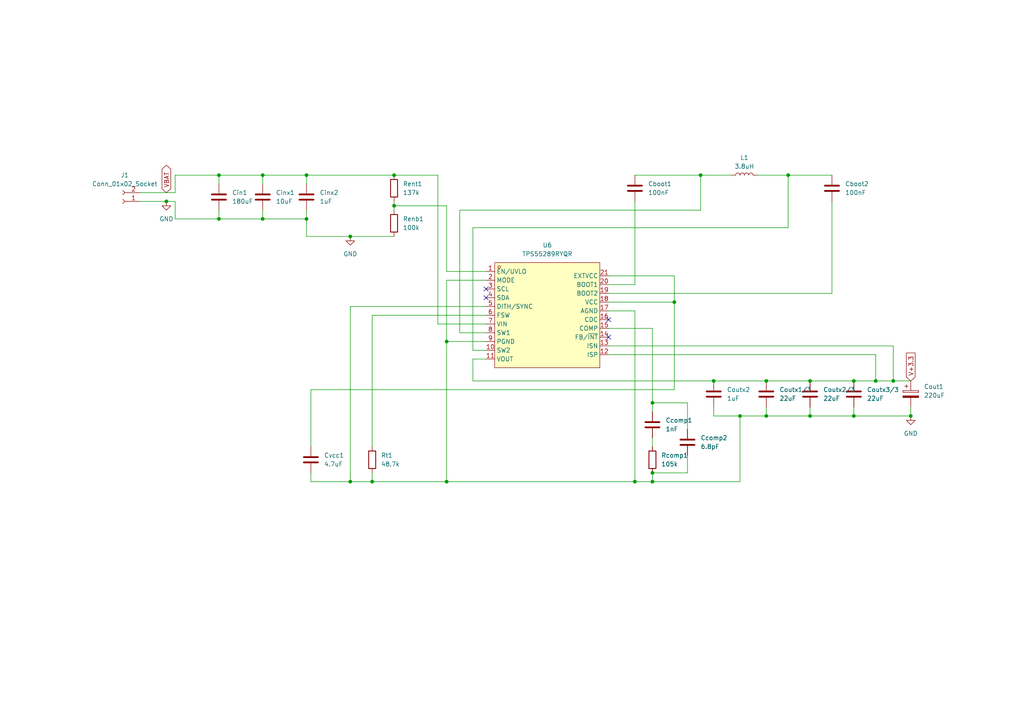
<source format=kicad_sch>
(kicad_sch (version 20250114) (generator "eeschema") (generator_version "9.0")
  (paper "A4")
  (lib_symbols
    (symbol "Connector:Conn_01x02_Socket" (pin_names (offset 1.016) (hide yes))
      (property "Reference" "J" (at 0 2.54 0))
      (property "Value" "Conn_01x02_Socket" (at 0 -5.08 0))
      (symbol "Conn_01x02_Socket_1_1"
        (polyline (pts (xy -1.27 0) (xy -0.508 0)) (stroke (width 0.1524)))
        (polyline (pts (xy -1.27 -2.54) (xy -0.508 -2.54)) (stroke (width 0.1524)))
        (arc (start 0 -0.508) (mid -0.5058 0) (end 0 0.508) (stroke (width 0.1524)))
        (arc (start 0 -3.048) (mid -0.5058 -2.54) (end 0 -2.032) (stroke (width 0.1524)))
        (pin passive line (at -5.08 0 0) (length 3.81) (name "Pin_1") (number "1"))
        (pin passive line (at -5.08 -2.54 0) (length 3.81) (name "Pin_2") (number "2"))
      )
    )
    (symbol "Device:C" (pin_numbers (hide yes)) (pin_names (offset 0.254))
      (property "Reference" "C" (at 0.635 2.54 0))
      (property "Value" "C" (at 0.635 -2.54 0))
      (symbol "C_0_1"
        (polyline (pts (xy -2.032 0.762) (xy 2.032 0.762)) (stroke (width 0.508)))
        (polyline (pts (xy -2.032 -0.762) (xy 2.032 -0.762)) (stroke (width 0.508)))
      )
      (symbol "C_1_1"
        (pin passive line (at 0 3.81 270) (length 2.794) (name "~") (number "1"))
        (pin passive line (at 0 -3.81 90) (length 2.794) (name "~") (number "2"))
      )
    )
    (symbol "Device:C_Polarized" (pin_numbers (hide yes)) (pin_names (offset 0.254))
      (property "Reference" "C" (at 0.635 2.54 0))
      (property "Value" "C_Polarized" (at 0.635 -2.54 0))
      (symbol "C_Polarized_0_1"
        (rectangle (start -2.286 0.508) (end 2.286 1.016))
        (polyline (pts (xy -1.778 2.286) (xy -0.762 2.286)))
        (polyline (pts (xy -1.27 2.794) (xy -1.27 1.778)))
        (rectangle (start 2.286 -0.508) (end -2.286 -1.016) (fill (type outline)))
      )
      (symbol "C_Polarized_1_1"
        (pin passive line (at 0 3.81 270) (length 2.794) (name "~") (number "1"))
        (pin passive line (at 0 -3.81 90) (length 2.794) (name "~") (number "2"))
      )
    )
    (symbol "Device:L" (pin_numbers (hide yes)) (pin_names (offset 1.016) (hide yes))
      (property "Reference" "L" (at -1.27 0 90))
      (property "Value" "L" (at 1.905 0 90))
      (symbol "L_0_1"
        (arc (start 0 2.54) (mid 0.6323 1.905) (end 0 1.27))
        (arc (start 0 1.27) (mid 0.6323 0.635) (end 0 0))
        (arc (start 0 0) (mid 0.6323 -0.635) (end 0 -1.27))
        (arc (start 0 -1.27) (mid 0.6323 -1.905) (end 0 -2.54))
      )
      (symbol "L_1_1"
        (pin passive line (at 0 3.81 270) (length 1.27) (name "1") (number "1"))
        (pin passive line (at 0 -3.81 90) (length 1.27) (name "2") (number "2"))
      )
    )
    (symbol "Device:R" (pin_numbers (hide yes)) (pin_names (offset 0))
      (property "Reference" "R" (at 2.032 0 90))
      (property "Value" "R" (at 0 0 90))
      (symbol "R_0_1"
        (rectangle (start -1.016 -2.54) (end 1.016 2.54) (stroke (width 0.254)))
      )
      (symbol "R_1_1"
        (pin passive line (at 0 3.81 270) (length 1.27) (name "~") (number "1"))
        (pin passive line (at 0 -3.81 90) (length 1.27) (name "~") (number "2"))
      )
    )
    (symbol "easyeda2kicad:TPS55289RYQR"
      (property "Reference" "U" (at 0 17.78 0))
      (property "Value" "TPS55289RYQR" (at 0 -17.78 0))
      (symbol "TPS55289RYQR_0_1"
        (rectangle (start -15.24 15.24) (end 15.24 -15.24) (fill (type background)))
        (circle (center -13.97 13.97) (radius 0.38))
        (pin unspecified line (at -17.78 12.7 0) (length 2.54) (name "EN/UVLO") (number "1"))
        (pin unspecified line (at -17.78 10.16 0) (length 2.54) (name "MODE") (number "2"))
        (pin unspecified line (at -17.78 7.62 0) (length 2.54) (name "SCL") (number "3"))
        (pin unspecified line (at -17.78 5.08 0) (length 2.54) (name "SDA") (number "4"))
        (pin unspecified line (at -17.78 2.54 0) (length 2.54) (name "DITH/SYNC") (number "5"))
        (pin unspecified line (at -17.78 0 0) (length 2.54) (name "FSW") (number "6"))
        (pin unspecified line (at -17.78 -2.54 0) (length 2.54) (name "VIN") (number "7"))
        (pin unspecified line (at -17.78 -5.08 0) (length 2.54) (name "SW1") (number "8"))
        (pin unspecified line (at -17.78 -7.62 0) (length 2.54) (name "PGND") (number "9"))
        (pin unspecified line (at -17.78 -10.16 0) (length 2.54) (name "SW2") (number "10"))
        (pin unspecified line (at -17.78 -12.7 0) (length 2.54) (name "VOUT") (number "11"))
        (pin unspecified line (at 17.78 11.43 180) (length 2.54) (name "EXTVCC") (number "21"))
        (pin unspecified line (at 17.78 8.89 180) (length 2.54) (name "BOOT1") (number "20"))
        (pin unspecified line (at 17.78 6.35 180) (length 2.54) (name "BOOT2") (number "19"))
        (pin unspecified line (at 17.78 3.81 180) (length 2.54) (name "VCC") (number "18"))
        (pin unspecified line (at 17.78 1.27 180) (length 2.54) (name "AGND") (number "17"))
        (pin unspecified line (at 17.78 -1.27 180) (length 2.54) (name "CDC") (number "16"))
        (pin unspecified line (at 17.78 -3.81 180) (length 2.54) (name "COMP") (number "15"))
        (pin unspecified line (at 17.78 -6.35 180) (length 2.54) (name "FB/~{INT}") (number "14"))
        (pin unspecified line (at 17.78 -8.89 180) (length 2.54) (name "ISN") (number "13"))
        (pin unspecified line (at 17.78 -11.43 180) (length 2.54) (name "ISP") (number "12"))
      )
    )
    (symbol "power:GND" (power) (pin_numbers (hide yes)) (pin_names (offset 0) (hide yes))
      (property "Value" "GND" (at 0 -3.81 0))
      (symbol "GND_0_1"
        (polyline (pts (xy 0 0) (xy 0 -1.27) (xy 1.27 -1.27) (xy 0 -2.54) (xy -1.27 -1.27) (xy 0 -1.27)))
      )
      (symbol "GND_1_1"
        (pin power_in line (at 0 0 270) (length 0) (name "~") (number "1"))
      )
    )
  )
  (junction (at 76.2 50.8))
  (junction (at 222.25 110.49))
  (junction (at 195.58 87.63))
  (junction (at 63.5 63.5))
  (junction (at 189.23 139.7))
  (junction (at 63.5 50.8))
  (junction (at 48.26 58.42))
  (junction (at 222.25 120.65))
  (junction (at 259.08 110.49))
  (junction (at 247.65 110.49))
  (junction (at 114.3 50.8))
  (junction (at 88.9 50.8))
  (junction (at 189.23 137.16))
  (junction (at 254 110.49))
  (junction (at 214.63 120.65))
  (junction (at 234.95 120.65))
  (junction (at 234.95 110.49))
  (junction (at 129.54 139.7))
  (junction (at 247.65 120.65))
  (junction (at 114.3 59.69))
  (junction (at 189.23 116.84))
  (junction (at 184.15 139.7))
  (junction (at 228.6 50.8))
  (junction (at 88.9 63.5))
  (junction (at 207.01 110.49))
  (junction (at 264.16 120.65))
  (junction (at 101.6 139.7))
  (junction (at 107.95 139.7))
  (junction (at 76.2 63.5))
  (junction (at 129.54 99.06))
  (junction (at 203.2 50.8))
  (junction (at 101.6 68.58))
  (no_connect (at 176.53 92.71))
  (no_connect (at 176.53 97.79))
  (no_connect (at 140.97 86.36))
  (no_connect (at 140.97 83.82))
  (wire (pts (xy 76.2 53.34) (xy 76.2 50.8)))
  (wire (pts (xy 127 93.98) (xy 127 50.8)))
  (wire (pts (xy 63.5 53.34) (xy 63.5 50.8)))
  (wire (pts (xy 140.97 96.52) (xy 133.35 96.52)))
  (wire (pts (xy 129.54 99.06) (xy 140.97 99.06)))
  (wire (pts (xy 114.3 50.8) (xy 127 50.8)))
  (wire (pts (xy 203.2 50.8) (xy 212.09 50.8)))
  (wire (pts (xy 129.54 139.7) (xy 107.95 139.7)))
  (wire (pts (xy 88.9 68.58) (xy 101.6 68.58)))
  (wire (pts (xy 184.15 90.17) (xy 184.15 139.7)))
  (wire (pts (xy 214.63 120.65) (xy 214.63 139.7)))
  (wire (pts (xy 189.23 95.25) (xy 189.23 116.84)))
  (wire (pts (xy 264.16 118.11) (xy 264.16 120.65)))
  (wire (pts (xy 133.35 96.52) (xy 133.35 60.96)))
  (wire (pts (xy 189.23 116.84) (xy 189.23 119.38)))
  (wire (pts (xy 90.17 129.54) (xy 90.17 113.03)))
  (wire (pts (xy 48.26 58.42) (xy 40.64 58.42)))
  (wire (pts (xy 76.2 50.8) (xy 88.9 50.8)))
  (wire (pts (xy 88.9 60.96) (xy 88.9 63.5)))
  (wire (pts (xy 234.95 118.11) (xy 234.95 120.65)))
  (wire (pts (xy 88.9 53.34) (xy 88.9 50.8)))
  (wire (pts (xy 129.54 139.7) (xy 184.15 139.7)))
  (wire (pts (xy 214.63 120.65) (xy 222.25 120.65)))
  (wire (pts (xy 40.64 55.88) (xy 50.8 55.88)))
  (wire (pts (xy 107.95 91.44) (xy 107.95 129.54)))
  (wire (pts (xy 140.97 101.6) (xy 137.16 101.6)))
  (wire (pts (xy 189.23 139.7) (xy 214.63 139.7)))
  (wire (pts (xy 140.97 91.44) (xy 107.95 91.44)))
  (wire (pts (xy 228.6 50.8) (xy 228.6 66.04)))
  (wire (pts (xy 195.58 80.01) (xy 195.58 87.63)))
  (wire (pts (xy 50.8 50.8) (xy 63.5 50.8)))
  (wire (pts (xy 254 110.49) (xy 259.08 110.49)))
  (wire (pts (xy 234.95 120.65) (xy 247.65 120.65)))
  (wire (pts (xy 50.8 55.88) (xy 50.8 50.8)))
  (wire (pts (xy 137.16 101.6) (xy 137.16 66.04)))
  (wire (pts (xy 247.65 120.65) (xy 264.16 120.65)))
  (wire (pts (xy 114.3 58.42) (xy 114.3 59.69)))
  (wire (pts (xy 222.25 118.11) (xy 222.25 120.65)))
  (wire (pts (xy 228.6 50.8) (xy 241.3 50.8)))
  (wire (pts (xy 176.53 90.17) (xy 184.15 90.17)))
  (wire (pts (xy 184.15 58.42) (xy 184.15 82.55)))
  (wire (pts (xy 48.26 58.42) (xy 50.8 58.42)))
  (wire (pts (xy 137.16 110.49) (xy 207.01 110.49)))
  (wire (pts (xy 195.58 87.63) (xy 195.58 113.03)))
  (wire (pts (xy 140.97 104.14) (xy 137.16 104.14)))
  (wire (pts (xy 214.63 120.65) (xy 207.01 120.65)))
  (wire (pts (xy 76.2 50.8) (xy 63.5 50.8)))
  (wire (pts (xy 199.39 137.16) (xy 189.23 137.16)))
  (wire (pts (xy 50.8 63.5) (xy 63.5 63.5)))
  (wire (pts (xy 254 102.87) (xy 254 110.49)))
  (wire (pts (xy 184.15 50.8) (xy 203.2 50.8)))
  (wire (pts (xy 107.95 139.7) (xy 107.95 137.16)))
  (wire (pts (xy 90.17 113.03) (xy 195.58 113.03)))
  (wire (pts (xy 140.97 78.74) (xy 129.54 78.74)))
  (wire (pts (xy 114.3 59.69) (xy 114.3 60.96)))
  (wire (pts (xy 140.97 93.98) (xy 127 93.98)))
  (wire (pts (xy 247.65 110.49) (xy 254 110.49)))
  (wire (pts (xy 137.16 104.14) (xy 137.16 110.49)))
  (wire (pts (xy 140.97 88.9) (xy 101.6 88.9)))
  (wire (pts (xy 199.39 124.46) (xy 199.39 116.84)))
  (wire (pts (xy 101.6 68.58) (xy 114.3 68.58)))
  (wire (pts (xy 176.53 100.33) (xy 259.08 100.33)))
  (wire (pts (xy 101.6 88.9) (xy 101.6 139.7)))
  (wire (pts (xy 247.65 118.11) (xy 247.65 120.65)))
  (wire (pts (xy 207.01 118.11) (xy 207.01 120.65)))
  (wire (pts (xy 129.54 99.06) (xy 129.54 139.7)))
  (wire (pts (xy 222.25 120.65) (xy 234.95 120.65)))
  (wire (pts (xy 76.2 60.96) (xy 76.2 63.5)))
  (wire (pts (xy 219.71 50.8) (xy 228.6 50.8)))
  (wire (pts (xy 184.15 139.7) (xy 189.23 139.7)))
  (wire (pts (xy 176.53 80.01) (xy 195.58 80.01)))
  (wire (pts (xy 176.53 102.87) (xy 254 102.87)))
  (wire (pts (xy 63.5 63.5) (xy 76.2 63.5)))
  (wire (pts (xy 90.17 137.16) (xy 90.17 139.7)))
  (wire (pts (xy 129.54 78.74) (xy 129.54 59.69)))
  (wire (pts (xy 203.2 60.96) (xy 203.2 50.8)))
  (wire (pts (xy 176.53 85.09) (xy 241.3 85.09)))
  (wire (pts (xy 176.53 87.63) (xy 195.58 87.63)))
  (wire (pts (xy 259.08 110.49) (xy 264.16 110.49)))
  (wire (pts (xy 189.23 137.16) (xy 189.23 139.7)))
  (wire (pts (xy 88.9 68.58) (xy 88.9 63.5)))
  (wire (pts (xy 184.15 82.55) (xy 176.53 82.55)))
  (wire (pts (xy 50.8 58.42) (xy 50.8 63.5)))
  (wire (pts (xy 129.54 59.69) (xy 114.3 59.69)))
  (wire (pts (xy 76.2 63.5) (xy 88.9 63.5)))
  (wire (pts (xy 137.16 66.04) (xy 228.6 66.04)))
  (wire (pts (xy 234.95 110.49) (xy 222.25 110.49)))
  (wire (pts (xy 189.23 127) (xy 189.23 129.54)))
  (wire (pts (xy 88.9 50.8) (xy 114.3 50.8)))
  (wire (pts (xy 241.3 85.09) (xy 241.3 58.42)))
  (wire (pts (xy 247.65 110.49) (xy 234.95 110.49)))
  (wire (pts (xy 129.54 81.28) (xy 129.54 99.06)))
  (wire (pts (xy 90.17 139.7) (xy 101.6 139.7)))
  (wire (pts (xy 101.6 139.7) (xy 107.95 139.7)))
  (wire (pts (xy 259.08 100.33) (xy 259.08 110.49)))
  (wire (pts (xy 199.39 116.84) (xy 189.23 116.84)))
  (wire (pts (xy 140.97 81.28) (xy 129.54 81.28)))
  (wire (pts (xy 133.35 60.96) (xy 203.2 60.96)))
  (wire (pts (xy 63.5 60.96) (xy 63.5 63.5)))
  (wire (pts (xy 176.53 95.25) (xy 189.23 95.25)))
  (wire (pts (xy 199.39 132.08) (xy 199.39 137.16)))
  (wire (pts (xy 207.01 110.49) (xy 222.25 110.49)))
  (global_label "VBAT" (shape bidirectional) (at 48.26 55.88 90) (property "Intersheetrefs" "${INTERSHEET_REFS}" (effects (hide yes))))
  (global_label "V+3.3" (shape input) (at 264.16 110.49 90) (property "Intersheetrefs" "${INTERSHEET_REFS}" (effects (hide yes))))
  (symbol (lib_id "Device:C") (at 241.3 54.61 0) (unit 1)
    (property "Reference" "Cboot2" (at 245.11 53.3399 0) (effects (justify left)))
    (property "Value" "100nF" (at 245.11 55.8799 0) (effects (justify left)))
    (property "Footprint" "Capacitor_SMD:C_0805_2012Metric_Pad1.18x1.45mm_HandSolder" (effects (hide yes)))
    (property "Description" "Unpolarized capacitor" (effects (hide yes)))
  )
  (symbol (lib_id "Device:C") (at 76.2 57.15 0) (unit 1)
    (property "Reference" "Cinx1" (at 80.01 55.8799 0) (effects (justify left)))
    (property "Value" "10uF" (at 80.01 58.4199 0) (effects (justify left)))
    (property "Footprint" "Capacitor_SMD:C_1210_3225Metric_Pad1.33x2.70mm_HandSolder" (effects (hide yes)))
    (property "Description" "Unpolarized capacitor" (effects (hide yes)))
  )
  (symbol (lib_id "Device:C") (at 184.15 54.61 0) (unit 1)
    (property "Reference" "Cboot1" (at 187.96 53.3399 0) (effects (justify left)))
    (property "Value" "100nF" (at 187.96 55.8799 0) (effects (justify left)))
    (property "Footprint" "Capacitor_SMD:C_0805_2012Metric_Pad1.18x1.45mm_HandSolder" (effects (hide yes)))
    (property "Description" "Unpolarized capacitor" (effects (hide yes)))
  )
  (symbol (lib_id "Device:R") (at 114.3 54.61 0) (unit 1)
    (property "Reference" "Rent1" (at 116.84 53.3399 0) (effects (justify left)))
    (property "Value" "137k" (at 116.84 55.8799 0) (effects (justify left)))
    (property "Footprint" "Capacitor_SMD:C_0603_1608Metric_Pad1.08x0.95mm_HandSolder" (effects (hide yes)))
    (property "Description" "Resistor" (effects (hide yes)))
  )
  (symbol (lib_id "Device:C_Polarized") (at 264.16 114.3 0) (unit 1)
    (property "Reference" "Cout1" (at 267.97 112.1409 0) (effects (justify left)))
    (property "Value" "220uF" (at 267.97 114.6809 0) (effects (justify left)))
    (property "Footprint" "Capacitor_SMD:C_Elec_6.3x5.8" (effects (hide yes)))
    (property "Description" "Polarized capacitor" (effects (hide yes)))
  )
  (symbol (lib_id "Device:R") (at 107.95 133.35 0) (unit 1)
    (property "Reference" "Rt1" (at 110.49 132.0799 0) (effects (justify left)))
    (property "Value" "48.7k" (at 110.49 134.6199 0) (effects (justify left)))
    (property "Footprint" "Capacitor_SMD:C_0402_1005Metric_Pad0.74x0.62mm_HandSolder" (effects (hide yes)))
    (property "Description" "Resistor" (effects (hide yes)))
  )
  (symbol (lib_id "Device:C") (at 222.25 114.3 0) (unit 1)
    (property "Reference" "Coutx1/3" (at 226.06 113.0299 0) (effects (justify left)))
    (property "Value" "22uF" (at 226.06 115.5699 0) (effects (justify left)))
    (property "Footprint" "Capacitor_SMD:C_1210_3225Metric_Pad1.33x2.70mm_HandSolder" (effects (hide yes)))
    (property "Description" "Unpolarized capacitor" (effects (hide yes)))
  )
  (symbol (lib_id "Device:C") (at 63.5 57.15 0) (unit 1)
    (property "Reference" "Cin1" (at 67.31 55.8799 0) (effects (justify left)))
    (property "Value" "180uF" (at 67.31 58.4199 0) (effects (justify left)))
    (property "Footprint" "Capacitor_SMD:CP_Elec_8x11.9" (effects (hide yes)))
    (property "Description" "Unpolarized capacitor" (effects (hide yes)))
  )
  (symbol (lib_id "power:GND") (at 264.16 120.65 0) (unit 1)
    (property "Reference" "#PWR04" (effects (hide yes)))
    (property "Value" "GND" (at 264.16 125.73 0))
    (property "Description" "Power symbol creates a global label with name \"GND\" , ground" (effects (hide yes)))
  )
  (symbol (lib_id "Device:C") (at 247.65 114.3 0) (unit 1)
    (property "Reference" "Coutx3/3" (at 251.46 113.0299 0) (effects (justify left)))
    (property "Value" "22uF" (at 251.46 115.5699 0) (effects (justify left)))
    (property "Footprint" "Capacitor_SMD:C_1210_3225Metric_Pad1.33x2.70mm_HandSolder" (effects (hide yes)))
    (property "Description" "Unpolarized capacitor" (effects (hide yes)))
  )
  (symbol (lib_id "Device:C") (at 90.17 133.35 0) (unit 1)
    (property "Reference" "Cvcc1" (at 93.98 132.0799 0) (effects (justify left)))
    (property "Value" "4.7uF" (at 93.98 134.6199 0) (effects (justify left)))
    (property "Footprint" "Capacitor_SMD:C_0805_2012Metric_Pad1.18x1.45mm_HandSolder" (effects (hide yes)))
    (property "Description" "Unpolarized capacitor" (effects (hide yes)))
  )
  (symbol (lib_id "Connector:Conn_01x02_Socket") (at 35.56 58.42 180) (unit 1)
    (property "Reference" "J1" (at 36.195 50.8 0))
    (property "Value" "Conn_01x02_Socket" (at 36.195 53.34 0))
    (property "Footprint" "Connector_AMASS:AMASS_XT60-F_1x02_P7.20mm_Vertical" (effects (hide yes)))
    (property "Description" "Generic connector, single row, 01x02, script generated" (effects (hide yes)))
  )
  (symbol (lib_id "Device:C") (at 189.23 123.19 0) (unit 1)
    (property "Reference" "Ccomp1" (at 193.04 121.9199 0) (effects (justify left)))
    (property "Value" "1nF" (at 193.04 124.4599 0) (effects (justify left)))
    (property "Footprint" "Capacitor_SMD:C_0805_2012Metric_Pad1.18x1.45mm_HandSolder" (effects (hide yes)))
    (property "Description" "Unpolarized capacitor" (effects (hide yes)))
  )
  (symbol (lib_id "Device:C") (at 207.01 114.3 0) (unit 1)
    (property "Reference" "Coutx2" (at 210.82 113.0299 0) (effects (justify left)))
    (property "Value" "1uF" (at 210.82 115.5699 0) (effects (justify left)))
    (property "Footprint" "Capacitor_SMD:C_0805_2012Metric_Pad1.18x1.45mm_HandSolder" (effects (hide yes)))
    (property "Description" "Unpolarized capacitor" (effects (hide yes)))
  )
  (symbol (lib_id "power:GND") (at 101.6 68.58 0) (unit 1)
    (property "Reference" "#PWR03" (effects (hide yes)))
    (property "Value" "GND" (at 101.6 73.66 0))
    (property "Description" "Power symbol creates a global label with name \"GND\" , ground" (effects (hide yes)))
  )
  (symbol (lib_id "easyeda2kicad:TPS55289RYQR") (at 158.75 91.44 0) (unit 1)
    (property "Reference" "U6" (at 158.75 71.12 0))
    (property "Value" "TPS55289RYQR" (at 158.75 73.66 0))
    (property "Footprint" "Ti:VREG_TPS55289RYQR" (effects (hide yes)))
    (property "LCSC Part" "C5942077" (effects (hide yes)))
  )
  (symbol (lib_id "Device:C") (at 88.9 57.15 0) (unit 1)
    (property "Reference" "Cinx2" (at 92.71 55.8799 0) (effects (justify left)))
    (property "Value" "1uF" (at 92.71 58.4199 0) (effects (justify left)))
    (property "Footprint" "Capacitor_SMD:C_0805_2012Metric_Pad1.18x1.45mm_HandSolder" (effects (hide yes)))
    (property "Description" "Unpolarized capacitor" (effects (hide yes)))
  )
  (symbol (lib_id "Device:R") (at 114.3 64.77 0) (unit 1)
    (property "Reference" "Renb1" (at 116.84 63.4999 0) (effects (justify left)))
    (property "Value" "100k" (at 116.84 66.0399 0) (effects (justify left)))
    (property "Footprint" "Capacitor_SMD:C_0603_1608Metric_Pad1.08x0.95mm_HandSolder" (effects (hide yes)))
    (property "Description" "Resistor" (effects (hide yes)))
  )
  (symbol (lib_id "power:GND") (at 48.26 58.42 0) (unit 1)
    (property "Reference" "#PWR013" (effects (hide yes)))
    (property "Value" "GND" (at 48.26 63.5 0))
    (property "Description" "Power symbol creates a global label with name \"GND\" , ground" (effects (hide yes)))
  )
  (symbol (lib_id "Device:L") (at 215.9 50.8 90) (unit 1)
    (property "Reference" "L1" (at 215.9 45.72 90))
    (property "Value" "3.8uH" (at 215.9 48.26 90))
    (property "Footprint" "Inductor_SMD:L_APV_APH0850" (effects (hide yes)))
    (property "Description" "Inductor" (effects (hide yes)))
  )
  (symbol (lib_id "Device:C") (at 234.95 114.3 0) (unit 1)
    (property "Reference" "Coutx2/3" (at 238.76 113.0299 0) (effects (justify left)))
    (property "Value" "22uF" (at 238.76 115.5699 0) (effects (justify left)))
    (property "Footprint" "Capacitor_SMD:C_1210_3225Metric_Pad1.33x2.70mm_HandSolder" (effects (hide yes)))
    (property "Description" "Unpolarized capacitor" (effects (hide yes)))
  )
  (symbol (lib_id "Device:R") (at 189.23 133.35 0) (unit 1)
    (property "Reference" "Rcomp1" (at 191.77 132.0799 0) (effects (justify left)))
    (property "Value" "105k" (at 191.77 134.6199 0) (effects (justify left)))
    (property "Footprint" "Capacitor_SMD:C_0603_1608Metric_Pad1.08x0.95mm_HandSolder" (effects (hide yes)))
    (property "Description" "Resistor" (effects (hide yes)))
  )
  (symbol (lib_id "Device:C") (at 199.39 128.27 0) (unit 1)
    (property "Reference" "Ccomp2" (at 203.2 126.9999 0) (effects (justify left)))
    (property "Value" "6.8pF" (at 203.2 129.5399 0) (effects (justify left)))
    (property "Footprint" "Capacitor_SMD:C_0805_2012Metric_Pad1.18x1.45mm_HandSolder" (effects (hide yes)))
    (property "Description" "Unpolarized capacitor" (effects (hide yes)))
  )
)
</source>
